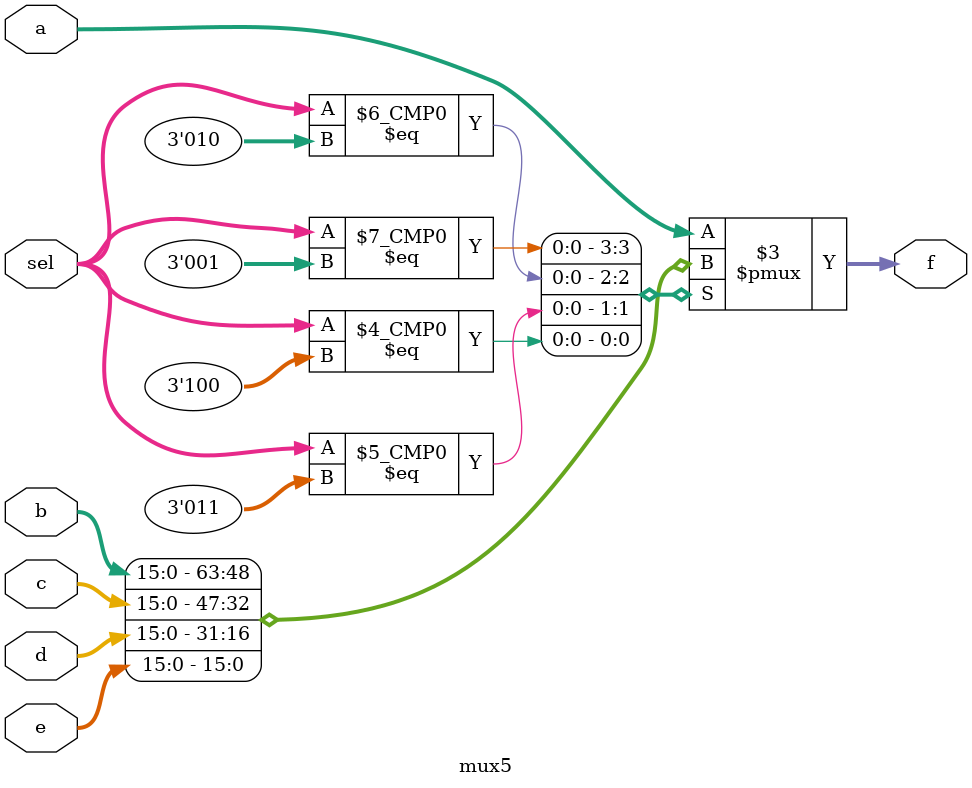
<source format=sv>
module mux5 #(parameter width = 16)
(
	input [2:0] sel,
	input [width-1 : 0] a,
	input [width-1 : 0] b,
	input [width-1 : 0] c,
	input [width-1 : 0] d,
	input [width-1 : 0] e,
	output logic [width-1 : 0] f
);

always_comb
begin
	case (sel)
		3'b000 : f = a;
		3'b001 : f = b;
		3'b010 : f = c;
		3'b011 : f = d;
		3'b100 : f = e;
		default : f = a;
	endcase
end

endmodule : mux5
</source>
